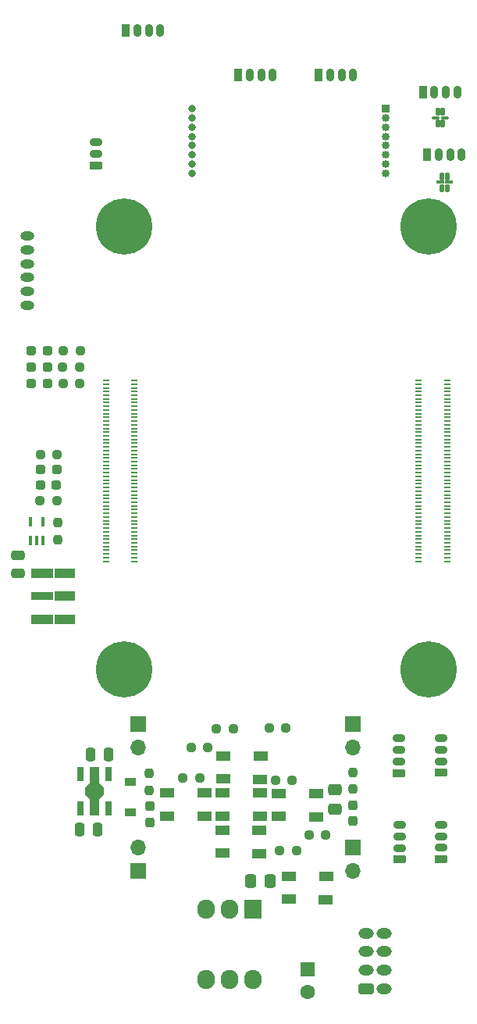
<source format=gts>
%TF.GenerationSoftware,KiCad,Pcbnew,7.0.7*%
%TF.CreationDate,2024-01-01T11:44:23+09:00*%
%TF.ProjectId,mother_orion_v5,6d6f7468-6572-45f6-9f72-696f6e5f7635,rev?*%
%TF.SameCoordinates,Original*%
%TF.FileFunction,Soldermask,Top*%
%TF.FilePolarity,Negative*%
%FSLAX46Y46*%
G04 Gerber Fmt 4.6, Leading zero omitted, Abs format (unit mm)*
G04 Created by KiCad (PCBNEW 7.0.7) date 2024-01-01 11:44:23*
%MOMM*%
%LPD*%
G01*
G04 APERTURE LIST*
G04 Aperture macros list*
%AMRoundRect*
0 Rectangle with rounded corners*
0 $1 Rounding radius*
0 $2 $3 $4 $5 $6 $7 $8 $9 X,Y pos of 4 corners*
0 Add a 4 corners polygon primitive as box body*
4,1,4,$2,$3,$4,$5,$6,$7,$8,$9,$2,$3,0*
0 Add four circle primitives for the rounded corners*
1,1,$1+$1,$2,$3*
1,1,$1+$1,$4,$5*
1,1,$1+$1,$6,$7*
1,1,$1+$1,$8,$9*
0 Add four rect primitives between the rounded corners*
20,1,$1+$1,$2,$3,$4,$5,0*
20,1,$1+$1,$4,$5,$6,$7,0*
20,1,$1+$1,$6,$7,$8,$9,0*
20,1,$1+$1,$8,$9,$2,$3,0*%
%AMFreePoly0*
4,1,13,0.900000,0.500000,2.600000,0.500000,2.600000,-0.500000,0.900000,-0.500000,0.400000,-1.000000,-0.400000,-1.000000,-0.900000,-0.500000,-2.600000,-0.500000,-2.600000,0.500000,-0.900000,0.500000,-0.400000,1.000000,0.400000,1.000000,0.900000,0.500000,0.900000,0.500000,$1*%
G04 Aperture macros list end*
%ADD10RoundRect,0.237500X-0.237500X0.250000X-0.237500X-0.250000X0.237500X-0.250000X0.237500X0.250000X0*%
%ADD11RoundRect,0.225000X0.475000X-0.225000X0.475000X0.225000X-0.475000X0.225000X-0.475000X-0.225000X0*%
%ADD12O,1.400000X0.900000*%
%ADD13RoundRect,0.237500X-0.250000X-0.237500X0.250000X-0.237500X0.250000X0.237500X-0.250000X0.237500X0*%
%ADD14RoundRect,0.237500X0.287500X0.237500X-0.287500X0.237500X-0.287500X-0.237500X0.287500X-0.237500X0*%
%ADD15C,6.100000*%
%ADD16R,0.700000X0.200000*%
%ADD17RoundRect,0.250000X0.250000X0.475000X-0.250000X0.475000X-0.250000X-0.475000X0.250000X-0.475000X0*%
%ADD18RoundRect,0.237500X-0.287500X-0.237500X0.287500X-0.237500X0.287500X0.237500X-0.287500X0.237500X0*%
%ADD19R,1.500000X1.000000*%
%ADD20RoundRect,0.225000X-0.225000X-0.475000X0.225000X-0.475000X0.225000X0.475000X-0.225000X0.475000X0*%
%ADD21O,0.900000X1.400000*%
%ADD22RoundRect,0.237500X0.250000X0.237500X-0.250000X0.237500X-0.250000X-0.237500X0.250000X-0.237500X0*%
%ADD23R,1.600000X1.600000*%
%ADD24C,1.600000*%
%ADD25RoundRect,0.250000X-0.475000X0.250000X-0.475000X-0.250000X0.475000X-0.250000X0.475000X0.250000X0*%
%ADD26RoundRect,0.102000X-0.150000X-0.300000X0.150000X-0.300000X0.150000X0.300000X-0.150000X0.300000X0*%
%ADD27RoundRect,0.102000X-0.300000X0.100000X-0.300000X-0.100000X0.300000X-0.100000X0.300000X0.100000X0*%
%ADD28RoundRect,0.250000X0.475000X-0.337500X0.475000X0.337500X-0.475000X0.337500X-0.475000X-0.337500X0*%
%ADD29R,2.325000X1.050000*%
%ADD30R,2.325000X0.975000*%
%ADD31R,2.300000X1.025000*%
%ADD32R,2.350000X0.975000*%
%ADD33R,2.350000X0.950000*%
%ADD34R,2.375000X1.025000*%
%ADD35RoundRect,0.237500X-0.237500X0.287500X-0.237500X-0.287500X0.237500X-0.287500X0.237500X0.287500X0*%
%ADD36RoundRect,0.102000X-0.350000X0.100000X-0.350000X-0.100000X0.350000X-0.100000X0.350000X0.100000X0*%
%ADD37R,1.900000X2.100000*%
%ADD38O,1.900000X2.100000*%
%ADD39RoundRect,0.250000X0.575000X-0.350000X0.575000X0.350000X-0.575000X0.350000X-0.575000X-0.350000X0*%
%ADD40O,1.650000X1.200000*%
%ADD41C,0.800000*%
%ADD42O,0.800000X0.800000*%
%ADD43R,1.200000X0.900000*%
%ADD44R,0.700000X1.500000*%
%ADD45FreePoly0,270.000000*%
%ADD46O,1.524000X1.000000*%
%ADD47R,0.850000X0.850000*%
%ADD48O,0.850000X0.850000*%
%ADD49R,0.400000X1.050000*%
%ADD50RoundRect,0.250000X-0.250000X-0.475000X0.250000X-0.475000X0.250000X0.475000X-0.250000X0.475000X0*%
%ADD51RoundRect,0.250000X0.337500X0.475000X-0.337500X0.475000X-0.337500X-0.475000X0.337500X-0.475000X0*%
%ADD52R,1.700000X1.700000*%
%ADD53O,1.700000X1.700000*%
G04 APERTURE END LIST*
D10*
%TO.C,R1*%
X64120000Y-145937500D03*
X64120000Y-147762500D03*
%TD*%
D11*
%TO.C, *%
X69270000Y-155415000D03*
D12*
X69270000Y-154165000D03*
X69270000Y-152915000D03*
X69270000Y-151665000D03*
%TD*%
D10*
%TO.C,R21*%
X32160000Y-118927500D03*
X32160000Y-120752500D03*
%TD*%
D13*
%TO.C,R10*%
X59385000Y-152730000D03*
X61210000Y-152730000D03*
%TD*%
D11*
%TO.C,J10*%
X36310000Y-80190000D03*
D12*
X36310000Y-78940000D03*
X36310000Y-77690000D03*
%TD*%
D11*
%TO.C, *%
X73760000Y-155390000D03*
D12*
X73760000Y-154140000D03*
X73760000Y-152890000D03*
X73760000Y-151640000D03*
%TD*%
D14*
%TO.C,D9*%
X32015000Y-114850000D03*
X30265000Y-114850000D03*
%TD*%
D15*
%TO.C,U3*%
X39380000Y-86784000D03*
X39380000Y-134784000D03*
X72380000Y-86784000D03*
X72380000Y-134784000D03*
D16*
X37380000Y-103484000D03*
X40460000Y-103484000D03*
X37380000Y-103884000D03*
X40460000Y-103884000D03*
X37380000Y-104284000D03*
X40460000Y-104284000D03*
X37380000Y-104684000D03*
X40460000Y-104684000D03*
X37380000Y-105084000D03*
X40460000Y-105084000D03*
X37380000Y-105484000D03*
X40460000Y-105484000D03*
X37380000Y-105884000D03*
X40460000Y-105884000D03*
X37380000Y-106284000D03*
X40460000Y-106284000D03*
X37380000Y-106684000D03*
X40460000Y-106684000D03*
X37380000Y-107084000D03*
X40460000Y-107084000D03*
X37380000Y-107484000D03*
X40460000Y-107484000D03*
X37380000Y-107884000D03*
X40460000Y-107884000D03*
X37380000Y-108284000D03*
X40460000Y-108284000D03*
X37380000Y-108684000D03*
X40460000Y-108684000D03*
X37380000Y-109084000D03*
X40460000Y-109084000D03*
X37380000Y-109484000D03*
X40460000Y-109484000D03*
X37380000Y-109884000D03*
X40460000Y-109884000D03*
X37380000Y-110284000D03*
X40460000Y-110284000D03*
X37380000Y-110684000D03*
X40460000Y-110684000D03*
X37380000Y-111084000D03*
X40460000Y-111084000D03*
X37380000Y-111484000D03*
X40460000Y-111484000D03*
X37380000Y-111884000D03*
X40460000Y-111884000D03*
X37380000Y-112284000D03*
X40460000Y-112284000D03*
X37380000Y-112684000D03*
X40460000Y-112684000D03*
X37380000Y-113084000D03*
X40460000Y-113084000D03*
X37380000Y-113484000D03*
X40460000Y-113484000D03*
X37380000Y-113884000D03*
X40460000Y-113884000D03*
X37380000Y-114284000D03*
X40460000Y-114284000D03*
X37380000Y-114684000D03*
X40460000Y-114684000D03*
X37380000Y-115084000D03*
X40460000Y-115084000D03*
X37380000Y-115484000D03*
X40460000Y-115484000D03*
X37380000Y-115884000D03*
X40460000Y-115884000D03*
X37380000Y-116284000D03*
X40460000Y-116284000D03*
X37380000Y-116684000D03*
X40460000Y-116684000D03*
X37380000Y-117084000D03*
X40460000Y-117084000D03*
X37380000Y-117484000D03*
X40460000Y-117484000D03*
X37380000Y-117884000D03*
X40460000Y-117884000D03*
X37380000Y-118284000D03*
X40460000Y-118284000D03*
X37380000Y-118684000D03*
X40460000Y-118684000D03*
X37380000Y-119084000D03*
X40460000Y-119084000D03*
X37380000Y-119484000D03*
X40460000Y-119484000D03*
X37380000Y-119884000D03*
X40460000Y-119884000D03*
X37380000Y-120284000D03*
X40460000Y-120284000D03*
X37380000Y-120684000D03*
X40460000Y-120684000D03*
X37380000Y-121084000D03*
X40460000Y-121084000D03*
X37380000Y-121484000D03*
X40460000Y-121484000D03*
X37380000Y-121884000D03*
X40460000Y-121884000D03*
X37380000Y-122284000D03*
X40460000Y-122284000D03*
X37380000Y-122684000D03*
X40460000Y-122684000D03*
X37380000Y-123084000D03*
X40460000Y-123084000D03*
X71300000Y-103484000D03*
X74380000Y-103484000D03*
X71300000Y-103884000D03*
X74380000Y-103884000D03*
X71300000Y-104284000D03*
X74380000Y-104284000D03*
X71300000Y-104684000D03*
X74380000Y-104684000D03*
X71300000Y-105084000D03*
X74380000Y-105084000D03*
X71300000Y-105484000D03*
X74380000Y-105484000D03*
X71300000Y-105884000D03*
X74380000Y-105884000D03*
X71300000Y-106284000D03*
X74380000Y-106284000D03*
X71300000Y-106684000D03*
X74380000Y-106684000D03*
X71300000Y-107084000D03*
X74380000Y-107084000D03*
X71300000Y-107484000D03*
X74380000Y-107484000D03*
X71300000Y-107884000D03*
X74380000Y-107884000D03*
X71300000Y-108284000D03*
X74380000Y-108284000D03*
X71300000Y-108684000D03*
X74380000Y-108684000D03*
X71300000Y-109084000D03*
X74380000Y-109084000D03*
X71300000Y-109484000D03*
X74380000Y-109484000D03*
X71300000Y-109884000D03*
X74380000Y-109884000D03*
X71300000Y-110284000D03*
X74380000Y-110284000D03*
X71300000Y-110684000D03*
X74380000Y-110684000D03*
X71300000Y-111084000D03*
X74380000Y-111084000D03*
X71300000Y-111484000D03*
X74380000Y-111484000D03*
X71300000Y-111884000D03*
X74380000Y-111884000D03*
X71300000Y-112284000D03*
X74380000Y-112284000D03*
X71300000Y-112684000D03*
X74380000Y-112684000D03*
X71300000Y-113084000D03*
X74380000Y-113084000D03*
X71300000Y-113484000D03*
X74380000Y-113484000D03*
X71300000Y-113884000D03*
X74380000Y-113884000D03*
X71300000Y-114284000D03*
X74380000Y-114284000D03*
X71300000Y-114684000D03*
X74380000Y-114684000D03*
X71300000Y-115084000D03*
X74380000Y-115084000D03*
X71300000Y-115484000D03*
X74380000Y-115484000D03*
X71300000Y-115884000D03*
X74380000Y-115884000D03*
X71300000Y-116284000D03*
X74380000Y-116284000D03*
X71300000Y-116684000D03*
X74380000Y-116684000D03*
X71300000Y-117084000D03*
X74380000Y-117084000D03*
X71300000Y-117484000D03*
X74380000Y-117484000D03*
X71300000Y-117884000D03*
X74380000Y-117884000D03*
X71300000Y-118284000D03*
X74380000Y-118284000D03*
X71300000Y-118684000D03*
X74380000Y-118684000D03*
X71300000Y-119084000D03*
X74380000Y-119084000D03*
X71300000Y-119484000D03*
X74380000Y-119484000D03*
X71300000Y-119884000D03*
X74380000Y-119884000D03*
X71300000Y-120284000D03*
X74380000Y-120284000D03*
X71300000Y-120684000D03*
X74380000Y-120684000D03*
X71300000Y-121084000D03*
X74380000Y-121084000D03*
X71300000Y-121484000D03*
X74380000Y-121484000D03*
X71300000Y-121884000D03*
X74380000Y-121884000D03*
X71300000Y-122284000D03*
X74380000Y-122284000D03*
X71300000Y-122684000D03*
X74380000Y-122684000D03*
X71300000Y-123084000D03*
X74380000Y-123084000D03*
%TD*%
D17*
%TO.C,C4*%
X37630000Y-144010000D03*
X35730000Y-144010000D03*
%TD*%
D13*
%TO.C,R15*%
X46605000Y-143240000D03*
X48430000Y-143240000D03*
%TD*%
D18*
%TO.C,D6*%
X29311000Y-102048000D03*
X31061000Y-102048000D03*
%TD*%
%TO.C,D3*%
X29283000Y-100270000D03*
X31033000Y-100270000D03*
%TD*%
D19*
%TO.C, *%
X48040000Y-150730000D03*
X44040000Y-150680000D03*
X48100000Y-148190000D03*
X44040000Y-148180000D03*
%TD*%
D20*
%TO.C,J14*%
X39525000Y-65540000D03*
D21*
X40775000Y-65540000D03*
X42025000Y-65540000D03*
X43275000Y-65540000D03*
%TD*%
D19*
%TO.C,RST*%
X61230000Y-159780000D03*
X57230000Y-159730000D03*
X61290000Y-157240000D03*
X57230000Y-157230000D03*
%TD*%
%TO.C, *%
X54100000Y-146720000D03*
X50100000Y-146670000D03*
X54160000Y-144180000D03*
X50100000Y-144170000D03*
%TD*%
D14*
%TO.C,D8*%
X32045000Y-113160000D03*
X30295000Y-113160000D03*
%TD*%
D22*
%TO.C,R11*%
X58020000Y-154460000D03*
X56195000Y-154460000D03*
%TD*%
D11*
%TO.C, *%
X69150000Y-146040000D03*
D12*
X69150000Y-144790000D03*
X69150000Y-143540000D03*
X69150000Y-142290000D03*
%TD*%
D13*
%TO.C,R9*%
X32695000Y-102040000D03*
X34520000Y-102040000D03*
%TD*%
D22*
%TO.C,R5*%
X47515000Y-146590000D03*
X45690000Y-146590000D03*
%TD*%
D23*
%TO.C, *%
X59200000Y-167297621D03*
D24*
X59200000Y-169797621D03*
%TD*%
D20*
%TO.C,USB*%
X72205000Y-79000000D03*
D21*
X73455000Y-79000000D03*
X74705000Y-79000000D03*
X75955000Y-79000000D03*
%TD*%
D22*
%TO.C,R19*%
X32070000Y-111520000D03*
X30245000Y-111520000D03*
%TD*%
D25*
%TO.C,C16*%
X27840000Y-122470000D03*
X27840000Y-124370000D03*
%TD*%
D20*
%TO.C,J11*%
X71730000Y-72260000D03*
D21*
X72980000Y-72260000D03*
X74230000Y-72260000D03*
X75480000Y-72260000D03*
%TD*%
D26*
%TO.C, *%
X73370000Y-75620000D03*
X73920000Y-75620000D03*
D27*
X73145000Y-74995000D03*
D26*
X73920000Y-74370000D03*
X73370000Y-74370000D03*
D27*
X74145000Y-74995000D03*
%TD*%
D22*
%TO.C,R12*%
X51195000Y-141210000D03*
X49370000Y-141210000D03*
%TD*%
D13*
%TO.C,R4*%
X32747500Y-100230000D03*
X34572500Y-100230000D03*
%TD*%
D22*
%TO.C,R8*%
X57585000Y-146810000D03*
X55760000Y-146810000D03*
%TD*%
D28*
%TO.C,C6*%
X62170000Y-149947500D03*
X62170000Y-147872500D03*
%TD*%
D29*
%TO.C,CM4 POWER*%
X32880000Y-124380000D03*
D30*
X32880000Y-126880000D03*
D31*
X32880000Y-129380000D03*
D32*
X30480000Y-124380000D03*
D33*
X30480000Y-126880000D03*
D34*
X30480000Y-129380000D03*
%TD*%
D19*
%TO.C, *%
X53970000Y-154780000D03*
X49970000Y-154730000D03*
X54030000Y-152240000D03*
X49970000Y-152230000D03*
%TD*%
D35*
%TO.C,D2*%
X42120000Y-149655000D03*
X42120000Y-151405000D03*
%TD*%
D26*
%TO.C, *%
X73825000Y-82615000D03*
X74375000Y-82615000D03*
D36*
X73600000Y-81990000D03*
D26*
X74375000Y-81365000D03*
X73825000Y-81365000D03*
D36*
X74600000Y-81990000D03*
%TD*%
D10*
%TO.C,R3*%
X42090000Y-146087500D03*
X42090000Y-147912500D03*
%TD*%
D13*
%TO.C,R7*%
X32717500Y-103800000D03*
X34542500Y-103800000D03*
%TD*%
D18*
%TO.C,D5*%
X29283000Y-103826000D03*
X31033000Y-103826000D03*
%TD*%
D11*
%TO.C, *%
X73760000Y-146020000D03*
D12*
X73760000Y-144770000D03*
X73760000Y-143520000D03*
X73760000Y-142270000D03*
%TD*%
D37*
%TO.C,Program Select*%
X53282500Y-160835000D03*
D38*
X48202500Y-168455000D03*
X48202500Y-160835000D03*
X53282500Y-168455000D03*
X50742500Y-160835000D03*
X50742500Y-168455000D03*
%TD*%
D39*
%TO.C, *%
X65550000Y-169390000D03*
D40*
X67550000Y-169390000D03*
X65550000Y-167390000D03*
X67550000Y-167390000D03*
X65550000Y-165390000D03*
X67550000Y-165390000D03*
X65550000Y-163390000D03*
X67550000Y-163390000D03*
%TD*%
D19*
%TO.C, *%
X60130000Y-150810000D03*
X56130000Y-150760000D03*
X60190000Y-148270000D03*
X56130000Y-148260000D03*
%TD*%
D41*
%TO.C, *%
X46670000Y-74020000D03*
D42*
X46670000Y-75020000D03*
D41*
X46670000Y-76020000D03*
D42*
X46670000Y-77020000D03*
X46670000Y-78020000D03*
X46670000Y-79020000D03*
X46670000Y-80020000D03*
X46670000Y-81020000D03*
%TD*%
D43*
%TO.C,D4*%
X40020000Y-150260000D03*
X40020000Y-146960000D03*
%TD*%
D44*
%TO.C, *%
X37610000Y-146180000D03*
D45*
X36110000Y-148030000D03*
D44*
X34610000Y-146180000D03*
X34610000Y-149880000D03*
X37610000Y-149880000D03*
%TD*%
D46*
%TO.C,J13*%
X28830000Y-87830000D03*
X28830000Y-89330000D03*
X28830000Y-90830000D03*
X28830000Y-92330000D03*
X28830000Y-93830000D03*
X28830000Y-95330000D03*
%TD*%
D13*
%TO.C,R17*%
X55057500Y-141150000D03*
X56882500Y-141150000D03*
%TD*%
D47*
%TO.C, *%
X67670000Y-74020000D03*
D48*
X67670000Y-75020000D03*
X67670000Y-76020000D03*
X67670000Y-77020000D03*
X67670000Y-78020000D03*
X67670000Y-79020000D03*
X67670000Y-80020000D03*
X67670000Y-81020000D03*
%TD*%
D49*
%TO.C, *%
X29220000Y-120800000D03*
X29870000Y-120800000D03*
X30520000Y-120800000D03*
X30520000Y-118800000D03*
X29220000Y-118800000D03*
%TD*%
D50*
%TO.C,C10*%
X34550000Y-152170000D03*
X36450000Y-152170000D03*
%TD*%
D20*
%TO.C,USB*%
X60440000Y-70340000D03*
D21*
X61690000Y-70340000D03*
X62940000Y-70340000D03*
X64190000Y-70340000D03*
%TD*%
D51*
%TO.C,C14*%
X55135000Y-157710000D03*
X53060000Y-157710000D03*
%TD*%
D20*
%TO.C,USB*%
X51719000Y-70350000D03*
D21*
X52969000Y-70350000D03*
X54219000Y-70350000D03*
X55469000Y-70350000D03*
%TD*%
D35*
%TO.C,POWER*%
X64122000Y-149504500D03*
X64122000Y-151254500D03*
%TD*%
D22*
%TO.C,R20*%
X32045000Y-116490000D03*
X30220000Y-116490000D03*
%TD*%
D19*
%TO.C, *%
X54040000Y-150750000D03*
X50040000Y-150700000D03*
X54100000Y-148210000D03*
X50040000Y-148200000D03*
%TD*%
D52*
%TO.C, *%
X64150000Y-154145000D03*
D53*
X64150000Y-156685000D03*
%TD*%
D52*
%TO.C, *%
X40890000Y-140715000D03*
D53*
X40890000Y-143255000D03*
%TD*%
D52*
%TO.C, *%
X40890000Y-156635000D03*
D53*
X40890000Y-154095000D03*
%TD*%
D52*
%TO.C, *%
X64150000Y-140715000D03*
D53*
X64150000Y-143255000D03*
%TD*%
M02*

</source>
